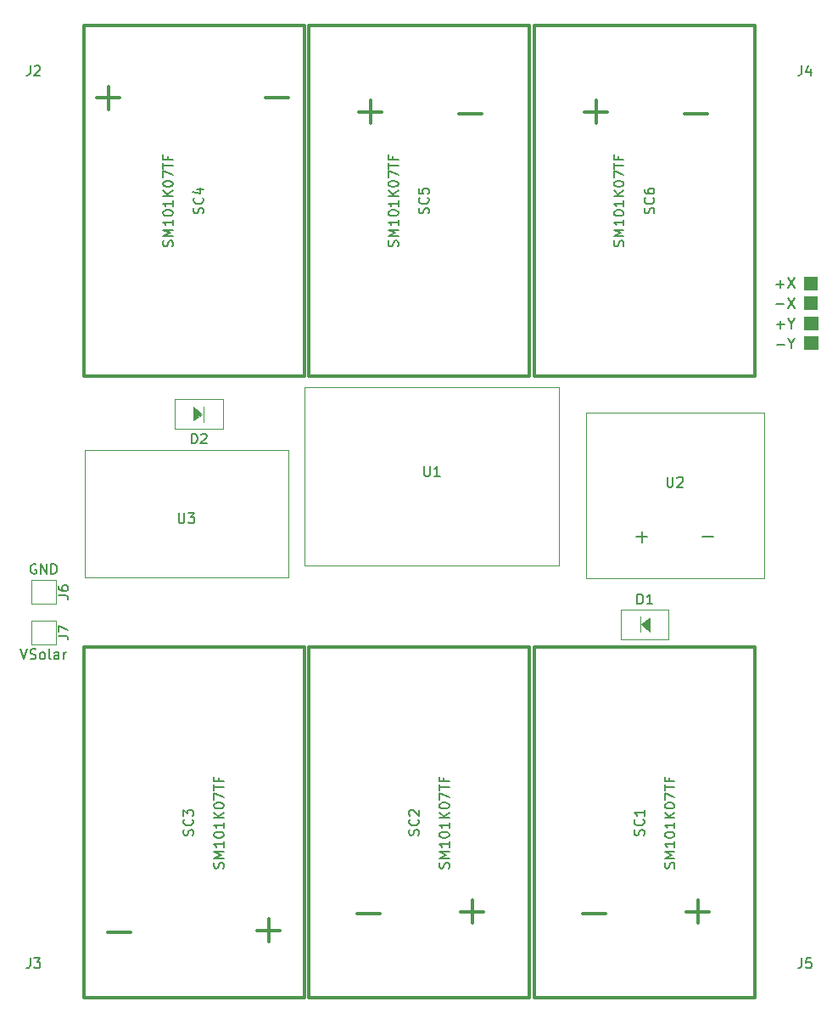
<source format=gbr>
%TF.GenerationSoftware,KiCad,Pcbnew,(5.1.10)-1*%
%TF.CreationDate,2022-06-07T20:51:06-07:00*%
%TF.ProjectId,solar-panel-NoCutout,736f6c61-722d-4706-916e-656c2d4e6f43,1.1*%
%TF.SameCoordinates,Original*%
%TF.FileFunction,Legend,Top*%
%TF.FilePolarity,Positive*%
%FSLAX46Y46*%
G04 Gerber Fmt 4.6, Leading zero omitted, Abs format (unit mm)*
G04 Created by KiCad (PCBNEW (5.1.10)-1) date 2022-06-07 20:51:06*
%MOMM*%
%LPD*%
G01*
G04 APERTURE LIST*
%ADD10C,0.150000*%
%ADD11C,0.100000*%
%ADD12C,0.300000*%
%ADD13C,0.120000*%
%ADD14C,0.200000*%
G04 APERTURE END LIST*
D10*
X106238095Y-120000000D02*
X106142857Y-119952380D01*
X106000000Y-119952380D01*
X105857142Y-120000000D01*
X105761904Y-120095238D01*
X105714285Y-120190476D01*
X105666666Y-120380952D01*
X105666666Y-120523809D01*
X105714285Y-120714285D01*
X105761904Y-120809523D01*
X105857142Y-120904761D01*
X106000000Y-120952380D01*
X106095238Y-120952380D01*
X106238095Y-120904761D01*
X106285714Y-120857142D01*
X106285714Y-120523809D01*
X106095238Y-120523809D01*
X106714285Y-120952380D02*
X106714285Y-119952380D01*
X107285714Y-120952380D01*
X107285714Y-119952380D01*
X107761904Y-120952380D02*
X107761904Y-119952380D01*
X108000000Y-119952380D01*
X108142857Y-120000000D01*
X108238095Y-120095238D01*
X108285714Y-120190476D01*
X108333333Y-120380952D01*
X108333333Y-120523809D01*
X108285714Y-120714285D01*
X108238095Y-120809523D01*
X108142857Y-120904761D01*
X108000000Y-120952380D01*
X107761904Y-120952380D01*
X104714285Y-128452380D02*
X105047619Y-129452380D01*
X105380952Y-128452380D01*
X105666666Y-129404761D02*
X105809523Y-129452380D01*
X106047619Y-129452380D01*
X106142857Y-129404761D01*
X106190476Y-129357142D01*
X106238095Y-129261904D01*
X106238095Y-129166666D01*
X106190476Y-129071428D01*
X106142857Y-129023809D01*
X106047619Y-128976190D01*
X105857142Y-128928571D01*
X105761904Y-128880952D01*
X105714285Y-128833333D01*
X105666666Y-128738095D01*
X105666666Y-128642857D01*
X105714285Y-128547619D01*
X105761904Y-128500000D01*
X105857142Y-128452380D01*
X106095238Y-128452380D01*
X106238095Y-128500000D01*
X106809523Y-129452380D02*
X106714285Y-129404761D01*
X106666666Y-129357142D01*
X106619047Y-129261904D01*
X106619047Y-128976190D01*
X106666666Y-128880952D01*
X106714285Y-128833333D01*
X106809523Y-128785714D01*
X106952380Y-128785714D01*
X107047619Y-128833333D01*
X107095238Y-128880952D01*
X107142857Y-128976190D01*
X107142857Y-129261904D01*
X107095238Y-129357142D01*
X107047619Y-129404761D01*
X106952380Y-129452380D01*
X106809523Y-129452380D01*
X107714285Y-129452380D02*
X107619047Y-129404761D01*
X107571428Y-129309523D01*
X107571428Y-128452380D01*
X108523809Y-129452380D02*
X108523809Y-128928571D01*
X108476190Y-128833333D01*
X108380952Y-128785714D01*
X108190476Y-128785714D01*
X108095238Y-128833333D01*
X108523809Y-129404761D02*
X108428571Y-129452380D01*
X108190476Y-129452380D01*
X108095238Y-129404761D01*
X108047619Y-129309523D01*
X108047619Y-129214285D01*
X108095238Y-129119047D01*
X108190476Y-129071428D01*
X108428571Y-129071428D01*
X108523809Y-129023809D01*
X108999999Y-129452380D02*
X108999999Y-128785714D01*
X108999999Y-128976190D02*
X109047619Y-128880952D01*
X109095238Y-128833333D01*
X109190476Y-128785714D01*
X109285714Y-128785714D01*
D11*
G36*
X184277000Y-98552000D02*
G01*
X182943500Y-98552000D01*
X182943500Y-97282000D01*
X184277000Y-97282000D01*
X184277000Y-98552000D01*
G37*
X184277000Y-98552000D02*
X182943500Y-98552000D01*
X182943500Y-97282000D01*
X184277000Y-97282000D01*
X184277000Y-98552000D01*
G36*
X184277000Y-96583500D02*
G01*
X182943500Y-96583500D01*
X182943500Y-95313500D01*
X184277000Y-95313500D01*
X184277000Y-96583500D01*
G37*
X184277000Y-96583500D02*
X182943500Y-96583500D01*
X182943500Y-95313500D01*
X184277000Y-95313500D01*
X184277000Y-96583500D01*
G36*
X184213500Y-94551500D02*
G01*
X182880000Y-94551500D01*
X182880000Y-93281500D01*
X184213500Y-93281500D01*
X184213500Y-94551500D01*
G37*
X184213500Y-94551500D02*
X182880000Y-94551500D01*
X182880000Y-93281500D01*
X184213500Y-93281500D01*
X184213500Y-94551500D01*
G36*
X184213500Y-92583000D02*
G01*
X182880000Y-92583000D01*
X182880000Y-91313000D01*
X184213500Y-91313000D01*
X184213500Y-92583000D01*
G37*
X184213500Y-92583000D02*
X182880000Y-92583000D01*
X182880000Y-91313000D01*
X184213500Y-91313000D01*
X184213500Y-92583000D01*
D10*
X180190476Y-98071428D02*
X180952380Y-98071428D01*
X181619047Y-97976190D02*
X181619047Y-98452380D01*
X181285714Y-97452380D02*
X181619047Y-97976190D01*
X181952380Y-97452380D01*
X180190476Y-96071428D02*
X180952380Y-96071428D01*
X180571428Y-96452380D02*
X180571428Y-95690476D01*
X181619047Y-95976190D02*
X181619047Y-96452380D01*
X181285714Y-95452380D02*
X181619047Y-95976190D01*
X181952380Y-95452380D01*
X180142857Y-94071428D02*
X180904761Y-94071428D01*
X181285714Y-93452380D02*
X181952380Y-94452380D01*
X181952380Y-93452380D02*
X181285714Y-94452380D01*
X180142857Y-92071428D02*
X180904761Y-92071428D01*
X180523809Y-92452380D02*
X180523809Y-91690476D01*
X181285714Y-91452380D02*
X181952380Y-92452380D01*
X181952380Y-91452380D02*
X181285714Y-92452380D01*
D12*
%TO.C,SC4*%
X133000000Y-101250000D02*
X111000000Y-101250000D01*
X133000000Y-66250000D02*
X133000000Y-101250000D01*
X111000000Y-66250000D02*
X133000000Y-66250000D01*
X111000000Y-101250000D02*
X111000000Y-66250000D01*
D13*
%TO.C,J7*%
X108200000Y-125600000D02*
X108200000Y-128000000D01*
X108200000Y-128000000D02*
X105800000Y-128000000D01*
X105800000Y-128000000D02*
X105800000Y-125600000D01*
X105800000Y-125600000D02*
X108200000Y-125600000D01*
%TO.C,J6*%
X108200000Y-121550000D02*
X108200000Y-123950000D01*
X108200000Y-123950000D02*
X105800000Y-123950000D01*
X105800000Y-123950000D02*
X105800000Y-121550000D01*
X105800000Y-121550000D02*
X108200000Y-121550000D01*
%TO.C,U1*%
X158450000Y-111250000D02*
X158450000Y-120140000D01*
X145750000Y-120140000D02*
X158450000Y-120140000D01*
X145750000Y-120140000D02*
X133050000Y-120140000D01*
X133050000Y-111250000D02*
X133050000Y-120140000D01*
X158450000Y-111250000D02*
X158450000Y-102360000D01*
X145750000Y-102360000D02*
X158450000Y-102360000D01*
X133050000Y-111250000D02*
X133050000Y-102360000D01*
X145750000Y-102360000D02*
X133050000Y-102360000D01*
%TO.C,U3*%
X121250000Y-108586000D02*
X111090000Y-108586000D01*
X111090000Y-108586000D02*
X111090000Y-114936000D01*
X121250000Y-108586000D02*
X131410000Y-108586000D01*
X131410000Y-108586000D02*
X131410000Y-114936000D01*
X111090000Y-121286000D02*
X111090000Y-114936000D01*
X121250000Y-121286000D02*
X111090000Y-121286000D01*
X131410000Y-121286000D02*
X131410000Y-114936000D01*
X121250000Y-121286000D02*
X131410000Y-121286000D01*
%TO.C,U2*%
X178890000Y-121355000D02*
X161110000Y-121355000D01*
X161110000Y-104845000D02*
X161110000Y-121355000D01*
X178890000Y-106750000D02*
X178890000Y-121355000D01*
X178890000Y-104845000D02*
X178890000Y-106750000D01*
X170000000Y-104845000D02*
X178890000Y-104845000D01*
X170000000Y-104845000D02*
X161110000Y-104845000D01*
D12*
%TO.C,SC6*%
X156000000Y-101250000D02*
X156000000Y-66250000D01*
X156000000Y-66250000D02*
X178000000Y-66250000D01*
X178000000Y-66250000D02*
X178000000Y-101250000D01*
X178000000Y-101250000D02*
X156000000Y-101250000D01*
%TO.C,SC5*%
X155500000Y-101250000D02*
X133500000Y-101250000D01*
X155500000Y-66250000D02*
X155500000Y-101250000D01*
X133500000Y-66250000D02*
X155500000Y-66250000D01*
X133500000Y-101250000D02*
X133500000Y-66250000D01*
%TO.C,SC3*%
X133000000Y-128250000D02*
X133000000Y-163250000D01*
X133000000Y-163250000D02*
X111000000Y-163250000D01*
X111000000Y-163250000D02*
X111000000Y-128250000D01*
X111000000Y-128250000D02*
X133000000Y-128250000D01*
%TO.C,SC2*%
X155500000Y-128250000D02*
X155500000Y-163250000D01*
X155500000Y-163250000D02*
X133500000Y-163250000D01*
X133500000Y-163250000D02*
X133500000Y-128250000D01*
X133500000Y-128250000D02*
X155500000Y-128250000D01*
%TO.C,SC1*%
X178000000Y-128250000D02*
X178000000Y-163250000D01*
X178000000Y-163250000D02*
X156000000Y-163250000D01*
X156000000Y-163250000D02*
X156000000Y-128250000D01*
X156000000Y-128250000D02*
X178000000Y-128250000D01*
D13*
%TO.C,D2*%
X124875000Y-103550000D02*
X120125000Y-103550000D01*
X120125000Y-103550000D02*
X120125000Y-106450000D01*
X124875000Y-103550000D02*
X124875000Y-106450000D01*
X124875000Y-106450000D02*
X120125000Y-106450000D01*
D11*
G36*
X121992000Y-104288800D02*
G01*
X122804800Y-105025400D01*
X121992000Y-105635000D01*
X121992000Y-104288800D01*
G37*
X121992000Y-104288800D02*
X122804800Y-105025400D01*
X121992000Y-105635000D01*
X121992000Y-104288800D01*
D13*
X122931800Y-105812800D02*
X122931800Y-104263400D01*
%TO.C,D1*%
X166568200Y-125187200D02*
X166568200Y-126736600D01*
D11*
G36*
X167508000Y-126711200D02*
G01*
X166695200Y-125974600D01*
X167508000Y-125365000D01*
X167508000Y-126711200D01*
G37*
X167508000Y-126711200D02*
X166695200Y-125974600D01*
X167508000Y-125365000D01*
X167508000Y-126711200D01*
D13*
X164625000Y-124550000D02*
X169375000Y-124550000D01*
X164625000Y-127450000D02*
X164625000Y-124550000D01*
X169375000Y-127450000D02*
X169375000Y-124550000D01*
X164625000Y-127450000D02*
X169375000Y-127450000D01*
%TO.C,SC4*%
D10*
X122904761Y-85011904D02*
X122952380Y-84869047D01*
X122952380Y-84630952D01*
X122904761Y-84535714D01*
X122857142Y-84488095D01*
X122761904Y-84440476D01*
X122666666Y-84440476D01*
X122571428Y-84488095D01*
X122523809Y-84535714D01*
X122476190Y-84630952D01*
X122428571Y-84821428D01*
X122380952Y-84916666D01*
X122333333Y-84964285D01*
X122238095Y-85011904D01*
X122142857Y-85011904D01*
X122047619Y-84964285D01*
X122000000Y-84916666D01*
X121952380Y-84821428D01*
X121952380Y-84583333D01*
X122000000Y-84440476D01*
X122857142Y-83440476D02*
X122904761Y-83488095D01*
X122952380Y-83630952D01*
X122952380Y-83726190D01*
X122904761Y-83869047D01*
X122809523Y-83964285D01*
X122714285Y-84011904D01*
X122523809Y-84059523D01*
X122380952Y-84059523D01*
X122190476Y-84011904D01*
X122095238Y-83964285D01*
X122000000Y-83869047D01*
X121952380Y-83726190D01*
X121952380Y-83630952D01*
X122000000Y-83488095D01*
X122047619Y-83440476D01*
X122285714Y-82583333D02*
X122952380Y-82583333D01*
X121904761Y-82821428D02*
X122619047Y-83059523D01*
X122619047Y-82440476D01*
X119864761Y-88297619D02*
X119912380Y-88154761D01*
X119912380Y-87916666D01*
X119864761Y-87821428D01*
X119817142Y-87773809D01*
X119721904Y-87726190D01*
X119626666Y-87726190D01*
X119531428Y-87773809D01*
X119483809Y-87821428D01*
X119436190Y-87916666D01*
X119388571Y-88107142D01*
X119340952Y-88202380D01*
X119293333Y-88250000D01*
X119198095Y-88297619D01*
X119102857Y-88297619D01*
X119007619Y-88250000D01*
X118960000Y-88202380D01*
X118912380Y-88107142D01*
X118912380Y-87869047D01*
X118960000Y-87726190D01*
X119912380Y-87297619D02*
X118912380Y-87297619D01*
X119626666Y-86964285D01*
X118912380Y-86630952D01*
X119912380Y-86630952D01*
X119912380Y-85630952D02*
X119912380Y-86202380D01*
X119912380Y-85916666D02*
X118912380Y-85916666D01*
X119055238Y-86011904D01*
X119150476Y-86107142D01*
X119198095Y-86202380D01*
X118912380Y-85011904D02*
X118912380Y-84916666D01*
X118960000Y-84821428D01*
X119007619Y-84773809D01*
X119102857Y-84726190D01*
X119293333Y-84678571D01*
X119531428Y-84678571D01*
X119721904Y-84726190D01*
X119817142Y-84773809D01*
X119864761Y-84821428D01*
X119912380Y-84916666D01*
X119912380Y-85011904D01*
X119864761Y-85107142D01*
X119817142Y-85154761D01*
X119721904Y-85202380D01*
X119531428Y-85250000D01*
X119293333Y-85250000D01*
X119102857Y-85202380D01*
X119007619Y-85154761D01*
X118960000Y-85107142D01*
X118912380Y-85011904D01*
X119912380Y-83726190D02*
X119912380Y-84297619D01*
X119912380Y-84011904D02*
X118912380Y-84011904D01*
X119055238Y-84107142D01*
X119150476Y-84202380D01*
X119198095Y-84297619D01*
X119912380Y-83297619D02*
X118912380Y-83297619D01*
X119912380Y-82726190D02*
X119340952Y-83154761D01*
X118912380Y-82726190D02*
X119483809Y-83297619D01*
X118912380Y-82107142D02*
X118912380Y-82011904D01*
X118960000Y-81916666D01*
X119007619Y-81869047D01*
X119102857Y-81821428D01*
X119293333Y-81773809D01*
X119531428Y-81773809D01*
X119721904Y-81821428D01*
X119817142Y-81869047D01*
X119864761Y-81916666D01*
X119912380Y-82011904D01*
X119912380Y-82107142D01*
X119864761Y-82202380D01*
X119817142Y-82250000D01*
X119721904Y-82297619D01*
X119531428Y-82345238D01*
X119293333Y-82345238D01*
X119102857Y-82297619D01*
X119007619Y-82250000D01*
X118960000Y-82202380D01*
X118912380Y-82107142D01*
X118912380Y-81440476D02*
X118912380Y-80773809D01*
X119912380Y-81202380D01*
X118912380Y-80535714D02*
X118912380Y-79964285D01*
X119912380Y-80250000D02*
X118912380Y-80250000D01*
X119388571Y-79297619D02*
X119388571Y-79630952D01*
X119912380Y-79630952D02*
X118912380Y-79630952D01*
X118912380Y-79154761D01*
D12*
X113464285Y-74642857D02*
X113464285Y-72357142D01*
X114607142Y-73500000D02*
X112321428Y-73500000D01*
X129107142Y-73464285D02*
X131392857Y-73464285D01*
%TO.C,J7*%
D10*
X108450380Y-127133333D02*
X109164666Y-127133333D01*
X109307523Y-127180952D01*
X109402761Y-127276190D01*
X109450380Y-127419047D01*
X109450380Y-127514285D01*
X108450380Y-126752380D02*
X108450380Y-126085714D01*
X109450380Y-126514285D01*
%TO.C,J6*%
X108450380Y-123083333D02*
X109164666Y-123083333D01*
X109307523Y-123130952D01*
X109402761Y-123226190D01*
X109450380Y-123369047D01*
X109450380Y-123464285D01*
X108450380Y-122178571D02*
X108450380Y-122369047D01*
X108498000Y-122464285D01*
X108545619Y-122511904D01*
X108688476Y-122607142D01*
X108878952Y-122654761D01*
X109259904Y-122654761D01*
X109355142Y-122607142D01*
X109402761Y-122559523D01*
X109450380Y-122464285D01*
X109450380Y-122273809D01*
X109402761Y-122178571D01*
X109355142Y-122130952D01*
X109259904Y-122083333D01*
X109021809Y-122083333D01*
X108926571Y-122130952D01*
X108878952Y-122178571D01*
X108831333Y-122273809D01*
X108831333Y-122464285D01*
X108878952Y-122559523D01*
X108926571Y-122607142D01*
X109021809Y-122654761D01*
%TO.C,U1*%
X144988095Y-110202380D02*
X144988095Y-111011904D01*
X145035714Y-111107142D01*
X145083333Y-111154761D01*
X145178571Y-111202380D01*
X145369047Y-111202380D01*
X145464285Y-111154761D01*
X145511904Y-111107142D01*
X145559523Y-111011904D01*
X145559523Y-110202380D01*
X146559523Y-111202380D02*
X145988095Y-111202380D01*
X146273809Y-111202380D02*
X146273809Y-110202380D01*
X146178571Y-110345238D01*
X146083333Y-110440476D01*
X145988095Y-110488095D01*
%TO.C,J2*%
X105666666Y-70252380D02*
X105666666Y-70966666D01*
X105619047Y-71109523D01*
X105523809Y-71204761D01*
X105380952Y-71252380D01*
X105285714Y-71252380D01*
X106095238Y-70347619D02*
X106142857Y-70300000D01*
X106238095Y-70252380D01*
X106476190Y-70252380D01*
X106571428Y-70300000D01*
X106619047Y-70347619D01*
X106666666Y-70442857D01*
X106666666Y-70538095D01*
X106619047Y-70680952D01*
X106047619Y-71252380D01*
X106666666Y-71252380D01*
%TO.C,J5*%
X182666666Y-159252380D02*
X182666666Y-159966666D01*
X182619047Y-160109523D01*
X182523809Y-160204761D01*
X182380952Y-160252380D01*
X182285714Y-160252380D01*
X183619047Y-159252380D02*
X183142857Y-159252380D01*
X183095238Y-159728571D01*
X183142857Y-159680952D01*
X183238095Y-159633333D01*
X183476190Y-159633333D01*
X183571428Y-159680952D01*
X183619047Y-159728571D01*
X183666666Y-159823809D01*
X183666666Y-160061904D01*
X183619047Y-160157142D01*
X183571428Y-160204761D01*
X183476190Y-160252380D01*
X183238095Y-160252380D01*
X183142857Y-160204761D01*
X183095238Y-160157142D01*
%TO.C,J4*%
X182666666Y-70252380D02*
X182666666Y-70966666D01*
X182619047Y-71109523D01*
X182523809Y-71204761D01*
X182380952Y-71252380D01*
X182285714Y-71252380D01*
X183571428Y-70585714D02*
X183571428Y-71252380D01*
X183333333Y-70204761D02*
X183095238Y-70919047D01*
X183714285Y-70919047D01*
%TO.C,J3*%
X105666666Y-159252380D02*
X105666666Y-159966666D01*
X105619047Y-160109523D01*
X105523809Y-160204761D01*
X105380952Y-160252380D01*
X105285714Y-160252380D01*
X106047619Y-159252380D02*
X106666666Y-159252380D01*
X106333333Y-159633333D01*
X106476190Y-159633333D01*
X106571428Y-159680952D01*
X106619047Y-159728571D01*
X106666666Y-159823809D01*
X106666666Y-160061904D01*
X106619047Y-160157142D01*
X106571428Y-160204761D01*
X106476190Y-160252380D01*
X106190476Y-160252380D01*
X106095238Y-160204761D01*
X106047619Y-160157142D01*
%TO.C,U3*%
X120488095Y-114888380D02*
X120488095Y-115697904D01*
X120535714Y-115793142D01*
X120583333Y-115840761D01*
X120678571Y-115888380D01*
X120869047Y-115888380D01*
X120964285Y-115840761D01*
X121011904Y-115793142D01*
X121059523Y-115697904D01*
X121059523Y-114888380D01*
X121440476Y-114888380D02*
X122059523Y-114888380D01*
X121726190Y-115269333D01*
X121869047Y-115269333D01*
X121964285Y-115316952D01*
X122011904Y-115364571D01*
X122059523Y-115459809D01*
X122059523Y-115697904D01*
X122011904Y-115793142D01*
X121964285Y-115840761D01*
X121869047Y-115888380D01*
X121583333Y-115888380D01*
X121488095Y-115840761D01*
X121440476Y-115793142D01*
%TO.C,U2*%
X169238095Y-111282380D02*
X169238095Y-112091904D01*
X169285714Y-112187142D01*
X169333333Y-112234761D01*
X169428571Y-112282380D01*
X169619047Y-112282380D01*
X169714285Y-112234761D01*
X169761904Y-112187142D01*
X169809523Y-112091904D01*
X169809523Y-111282380D01*
X170238095Y-111377619D02*
X170285714Y-111330000D01*
X170380952Y-111282380D01*
X170619047Y-111282380D01*
X170714285Y-111330000D01*
X170761904Y-111377619D01*
X170809523Y-111472857D01*
X170809523Y-111568095D01*
X170761904Y-111710952D01*
X170190476Y-112282380D01*
X170809523Y-112282380D01*
D14*
X166126571Y-117271142D02*
X167269428Y-117271142D01*
X166698000Y-117842571D02*
X166698000Y-116699714D01*
X172730571Y-117271142D02*
X173873428Y-117271142D01*
%TO.C,SC6*%
D10*
X167904761Y-85011904D02*
X167952380Y-84869047D01*
X167952380Y-84630952D01*
X167904761Y-84535714D01*
X167857142Y-84488095D01*
X167761904Y-84440476D01*
X167666666Y-84440476D01*
X167571428Y-84488095D01*
X167523809Y-84535714D01*
X167476190Y-84630952D01*
X167428571Y-84821428D01*
X167380952Y-84916666D01*
X167333333Y-84964285D01*
X167238095Y-85011904D01*
X167142857Y-85011904D01*
X167047619Y-84964285D01*
X167000000Y-84916666D01*
X166952380Y-84821428D01*
X166952380Y-84583333D01*
X167000000Y-84440476D01*
X167857142Y-83440476D02*
X167904761Y-83488095D01*
X167952380Y-83630952D01*
X167952380Y-83726190D01*
X167904761Y-83869047D01*
X167809523Y-83964285D01*
X167714285Y-84011904D01*
X167523809Y-84059523D01*
X167380952Y-84059523D01*
X167190476Y-84011904D01*
X167095238Y-83964285D01*
X167000000Y-83869047D01*
X166952380Y-83726190D01*
X166952380Y-83630952D01*
X167000000Y-83488095D01*
X167047619Y-83440476D01*
X166952380Y-82583333D02*
X166952380Y-82773809D01*
X167000000Y-82869047D01*
X167047619Y-82916666D01*
X167190476Y-83011904D01*
X167380952Y-83059523D01*
X167761904Y-83059523D01*
X167857142Y-83011904D01*
X167904761Y-82964285D01*
X167952380Y-82869047D01*
X167952380Y-82678571D01*
X167904761Y-82583333D01*
X167857142Y-82535714D01*
X167761904Y-82488095D01*
X167523809Y-82488095D01*
X167428571Y-82535714D01*
X167380952Y-82583333D01*
X167333333Y-82678571D01*
X167333333Y-82869047D01*
X167380952Y-82964285D01*
X167428571Y-83011904D01*
X167523809Y-83059523D01*
X164864761Y-88297619D02*
X164912380Y-88154761D01*
X164912380Y-87916666D01*
X164864761Y-87821428D01*
X164817142Y-87773809D01*
X164721904Y-87726190D01*
X164626666Y-87726190D01*
X164531428Y-87773809D01*
X164483809Y-87821428D01*
X164436190Y-87916666D01*
X164388571Y-88107142D01*
X164340952Y-88202380D01*
X164293333Y-88250000D01*
X164198095Y-88297619D01*
X164102857Y-88297619D01*
X164007619Y-88250000D01*
X163960000Y-88202380D01*
X163912380Y-88107142D01*
X163912380Y-87869047D01*
X163960000Y-87726190D01*
X164912380Y-87297619D02*
X163912380Y-87297619D01*
X164626666Y-86964285D01*
X163912380Y-86630952D01*
X164912380Y-86630952D01*
X164912380Y-85630952D02*
X164912380Y-86202380D01*
X164912380Y-85916666D02*
X163912380Y-85916666D01*
X164055238Y-86011904D01*
X164150476Y-86107142D01*
X164198095Y-86202380D01*
X163912380Y-85011904D02*
X163912380Y-84916666D01*
X163960000Y-84821428D01*
X164007619Y-84773809D01*
X164102857Y-84726190D01*
X164293333Y-84678571D01*
X164531428Y-84678571D01*
X164721904Y-84726190D01*
X164817142Y-84773809D01*
X164864761Y-84821428D01*
X164912380Y-84916666D01*
X164912380Y-85011904D01*
X164864761Y-85107142D01*
X164817142Y-85154761D01*
X164721904Y-85202380D01*
X164531428Y-85250000D01*
X164293333Y-85250000D01*
X164102857Y-85202380D01*
X164007619Y-85154761D01*
X163960000Y-85107142D01*
X163912380Y-85011904D01*
X164912380Y-83726190D02*
X164912380Y-84297619D01*
X164912380Y-84011904D02*
X163912380Y-84011904D01*
X164055238Y-84107142D01*
X164150476Y-84202380D01*
X164198095Y-84297619D01*
X164912380Y-83297619D02*
X163912380Y-83297619D01*
X164912380Y-82726190D02*
X164340952Y-83154761D01*
X163912380Y-82726190D02*
X164483809Y-83297619D01*
X163912380Y-82107142D02*
X163912380Y-82011904D01*
X163960000Y-81916666D01*
X164007619Y-81869047D01*
X164102857Y-81821428D01*
X164293333Y-81773809D01*
X164531428Y-81773809D01*
X164721904Y-81821428D01*
X164817142Y-81869047D01*
X164864761Y-81916666D01*
X164912380Y-82011904D01*
X164912380Y-82107142D01*
X164864761Y-82202380D01*
X164817142Y-82250000D01*
X164721904Y-82297619D01*
X164531428Y-82345238D01*
X164293333Y-82345238D01*
X164102857Y-82297619D01*
X164007619Y-82250000D01*
X163960000Y-82202380D01*
X163912380Y-82107142D01*
X163912380Y-81440476D02*
X163912380Y-80773809D01*
X164912380Y-81202380D01*
X163912380Y-80535714D02*
X163912380Y-79964285D01*
X164912380Y-80250000D02*
X163912380Y-80250000D01*
X164388571Y-79297619D02*
X164388571Y-79630952D01*
X164912380Y-79630952D02*
X163912380Y-79630952D01*
X163912380Y-79154761D01*
D12*
X170937142Y-75074285D02*
X173222857Y-75074285D01*
X162134285Y-76002857D02*
X162134285Y-73717142D01*
X163277142Y-74860000D02*
X160991428Y-74860000D01*
%TO.C,SC5*%
D10*
X145404761Y-85011904D02*
X145452380Y-84869047D01*
X145452380Y-84630952D01*
X145404761Y-84535714D01*
X145357142Y-84488095D01*
X145261904Y-84440476D01*
X145166666Y-84440476D01*
X145071428Y-84488095D01*
X145023809Y-84535714D01*
X144976190Y-84630952D01*
X144928571Y-84821428D01*
X144880952Y-84916666D01*
X144833333Y-84964285D01*
X144738095Y-85011904D01*
X144642857Y-85011904D01*
X144547619Y-84964285D01*
X144500000Y-84916666D01*
X144452380Y-84821428D01*
X144452380Y-84583333D01*
X144500000Y-84440476D01*
X145357142Y-83440476D02*
X145404761Y-83488095D01*
X145452380Y-83630952D01*
X145452380Y-83726190D01*
X145404761Y-83869047D01*
X145309523Y-83964285D01*
X145214285Y-84011904D01*
X145023809Y-84059523D01*
X144880952Y-84059523D01*
X144690476Y-84011904D01*
X144595238Y-83964285D01*
X144500000Y-83869047D01*
X144452380Y-83726190D01*
X144452380Y-83630952D01*
X144500000Y-83488095D01*
X144547619Y-83440476D01*
X144452380Y-82535714D02*
X144452380Y-83011904D01*
X144928571Y-83059523D01*
X144880952Y-83011904D01*
X144833333Y-82916666D01*
X144833333Y-82678571D01*
X144880952Y-82583333D01*
X144928571Y-82535714D01*
X145023809Y-82488095D01*
X145261904Y-82488095D01*
X145357142Y-82535714D01*
X145404761Y-82583333D01*
X145452380Y-82678571D01*
X145452380Y-82916666D01*
X145404761Y-83011904D01*
X145357142Y-83059523D01*
X142364761Y-88297619D02*
X142412380Y-88154761D01*
X142412380Y-87916666D01*
X142364761Y-87821428D01*
X142317142Y-87773809D01*
X142221904Y-87726190D01*
X142126666Y-87726190D01*
X142031428Y-87773809D01*
X141983809Y-87821428D01*
X141936190Y-87916666D01*
X141888571Y-88107142D01*
X141840952Y-88202380D01*
X141793333Y-88250000D01*
X141698095Y-88297619D01*
X141602857Y-88297619D01*
X141507619Y-88250000D01*
X141460000Y-88202380D01*
X141412380Y-88107142D01*
X141412380Y-87869047D01*
X141460000Y-87726190D01*
X142412380Y-87297619D02*
X141412380Y-87297619D01*
X142126666Y-86964285D01*
X141412380Y-86630952D01*
X142412380Y-86630952D01*
X142412380Y-85630952D02*
X142412380Y-86202380D01*
X142412380Y-85916666D02*
X141412380Y-85916666D01*
X141555238Y-86011904D01*
X141650476Y-86107142D01*
X141698095Y-86202380D01*
X141412380Y-85011904D02*
X141412380Y-84916666D01*
X141460000Y-84821428D01*
X141507619Y-84773809D01*
X141602857Y-84726190D01*
X141793333Y-84678571D01*
X142031428Y-84678571D01*
X142221904Y-84726190D01*
X142317142Y-84773809D01*
X142364761Y-84821428D01*
X142412380Y-84916666D01*
X142412380Y-85011904D01*
X142364761Y-85107142D01*
X142317142Y-85154761D01*
X142221904Y-85202380D01*
X142031428Y-85250000D01*
X141793333Y-85250000D01*
X141602857Y-85202380D01*
X141507619Y-85154761D01*
X141460000Y-85107142D01*
X141412380Y-85011904D01*
X142412380Y-83726190D02*
X142412380Y-84297619D01*
X142412380Y-84011904D02*
X141412380Y-84011904D01*
X141555238Y-84107142D01*
X141650476Y-84202380D01*
X141698095Y-84297619D01*
X142412380Y-83297619D02*
X141412380Y-83297619D01*
X142412380Y-82726190D02*
X141840952Y-83154761D01*
X141412380Y-82726190D02*
X141983809Y-83297619D01*
X141412380Y-82107142D02*
X141412380Y-82011904D01*
X141460000Y-81916666D01*
X141507619Y-81869047D01*
X141602857Y-81821428D01*
X141793333Y-81773809D01*
X142031428Y-81773809D01*
X142221904Y-81821428D01*
X142317142Y-81869047D01*
X142364761Y-81916666D01*
X142412380Y-82011904D01*
X142412380Y-82107142D01*
X142364761Y-82202380D01*
X142317142Y-82250000D01*
X142221904Y-82297619D01*
X142031428Y-82345238D01*
X141793333Y-82345238D01*
X141602857Y-82297619D01*
X141507619Y-82250000D01*
X141460000Y-82202380D01*
X141412380Y-82107142D01*
X141412380Y-81440476D02*
X141412380Y-80773809D01*
X142412380Y-81202380D01*
X141412380Y-80535714D02*
X141412380Y-79964285D01*
X142412380Y-80250000D02*
X141412380Y-80250000D01*
X141888571Y-79297619D02*
X141888571Y-79630952D01*
X142412380Y-79630952D02*
X141412380Y-79630952D01*
X141412380Y-79154761D01*
D12*
X139634285Y-76002857D02*
X139634285Y-73717142D01*
X140777142Y-74860000D02*
X138491428Y-74860000D01*
X148437142Y-75074285D02*
X150722857Y-75074285D01*
%TO.C,SC3*%
D10*
X121904761Y-147011904D02*
X121952380Y-146869047D01*
X121952380Y-146630952D01*
X121904761Y-146535714D01*
X121857142Y-146488095D01*
X121761904Y-146440476D01*
X121666666Y-146440476D01*
X121571428Y-146488095D01*
X121523809Y-146535714D01*
X121476190Y-146630952D01*
X121428571Y-146821428D01*
X121380952Y-146916666D01*
X121333333Y-146964285D01*
X121238095Y-147011904D01*
X121142857Y-147011904D01*
X121047619Y-146964285D01*
X121000000Y-146916666D01*
X120952380Y-146821428D01*
X120952380Y-146583333D01*
X121000000Y-146440476D01*
X121857142Y-145440476D02*
X121904761Y-145488095D01*
X121952380Y-145630952D01*
X121952380Y-145726190D01*
X121904761Y-145869047D01*
X121809523Y-145964285D01*
X121714285Y-146011904D01*
X121523809Y-146059523D01*
X121380952Y-146059523D01*
X121190476Y-146011904D01*
X121095238Y-145964285D01*
X121000000Y-145869047D01*
X120952380Y-145726190D01*
X120952380Y-145630952D01*
X121000000Y-145488095D01*
X121047619Y-145440476D01*
X120952380Y-145107142D02*
X120952380Y-144488095D01*
X121333333Y-144821428D01*
X121333333Y-144678571D01*
X121380952Y-144583333D01*
X121428571Y-144535714D01*
X121523809Y-144488095D01*
X121761904Y-144488095D01*
X121857142Y-144535714D01*
X121904761Y-144583333D01*
X121952380Y-144678571D01*
X121952380Y-144964285D01*
X121904761Y-145059523D01*
X121857142Y-145107142D01*
X124944761Y-150297619D02*
X124992380Y-150154761D01*
X124992380Y-149916666D01*
X124944761Y-149821428D01*
X124897142Y-149773809D01*
X124801904Y-149726190D01*
X124706666Y-149726190D01*
X124611428Y-149773809D01*
X124563809Y-149821428D01*
X124516190Y-149916666D01*
X124468571Y-150107142D01*
X124420952Y-150202380D01*
X124373333Y-150250000D01*
X124278095Y-150297619D01*
X124182857Y-150297619D01*
X124087619Y-150250000D01*
X124040000Y-150202380D01*
X123992380Y-150107142D01*
X123992380Y-149869047D01*
X124040000Y-149726190D01*
X124992380Y-149297619D02*
X123992380Y-149297619D01*
X124706666Y-148964285D01*
X123992380Y-148630952D01*
X124992380Y-148630952D01*
X124992380Y-147630952D02*
X124992380Y-148202380D01*
X124992380Y-147916666D02*
X123992380Y-147916666D01*
X124135238Y-148011904D01*
X124230476Y-148107142D01*
X124278095Y-148202380D01*
X123992380Y-147011904D02*
X123992380Y-146916666D01*
X124040000Y-146821428D01*
X124087619Y-146773809D01*
X124182857Y-146726190D01*
X124373333Y-146678571D01*
X124611428Y-146678571D01*
X124801904Y-146726190D01*
X124897142Y-146773809D01*
X124944761Y-146821428D01*
X124992380Y-146916666D01*
X124992380Y-147011904D01*
X124944761Y-147107142D01*
X124897142Y-147154761D01*
X124801904Y-147202380D01*
X124611428Y-147250000D01*
X124373333Y-147250000D01*
X124182857Y-147202380D01*
X124087619Y-147154761D01*
X124040000Y-147107142D01*
X123992380Y-147011904D01*
X124992380Y-145726190D02*
X124992380Y-146297619D01*
X124992380Y-146011904D02*
X123992380Y-146011904D01*
X124135238Y-146107142D01*
X124230476Y-146202380D01*
X124278095Y-146297619D01*
X124992380Y-145297619D02*
X123992380Y-145297619D01*
X124992380Y-144726190D02*
X124420952Y-145154761D01*
X123992380Y-144726190D02*
X124563809Y-145297619D01*
X123992380Y-144107142D02*
X123992380Y-144011904D01*
X124040000Y-143916666D01*
X124087619Y-143869047D01*
X124182857Y-143821428D01*
X124373333Y-143773809D01*
X124611428Y-143773809D01*
X124801904Y-143821428D01*
X124897142Y-143869047D01*
X124944761Y-143916666D01*
X124992380Y-144011904D01*
X124992380Y-144107142D01*
X124944761Y-144202380D01*
X124897142Y-144250000D01*
X124801904Y-144297619D01*
X124611428Y-144345238D01*
X124373333Y-144345238D01*
X124182857Y-144297619D01*
X124087619Y-144250000D01*
X124040000Y-144202380D01*
X123992380Y-144107142D01*
X123992380Y-143440476D02*
X123992380Y-142773809D01*
X124992380Y-143202380D01*
X123992380Y-142535714D02*
X123992380Y-141964285D01*
X124992380Y-142250000D02*
X123992380Y-142250000D01*
X124468571Y-141297619D02*
X124468571Y-141630952D01*
X124992380Y-141630952D02*
X123992380Y-141630952D01*
X123992380Y-141154761D01*
D12*
X113357142Y-156714285D02*
X115642857Y-156714285D01*
X129464285Y-157642857D02*
X129464285Y-155357142D01*
X130607142Y-156500000D02*
X128321428Y-156500000D01*
%TO.C,SC2*%
D10*
X144404761Y-147011904D02*
X144452380Y-146869047D01*
X144452380Y-146630952D01*
X144404761Y-146535714D01*
X144357142Y-146488095D01*
X144261904Y-146440476D01*
X144166666Y-146440476D01*
X144071428Y-146488095D01*
X144023809Y-146535714D01*
X143976190Y-146630952D01*
X143928571Y-146821428D01*
X143880952Y-146916666D01*
X143833333Y-146964285D01*
X143738095Y-147011904D01*
X143642857Y-147011904D01*
X143547619Y-146964285D01*
X143500000Y-146916666D01*
X143452380Y-146821428D01*
X143452380Y-146583333D01*
X143500000Y-146440476D01*
X144357142Y-145440476D02*
X144404761Y-145488095D01*
X144452380Y-145630952D01*
X144452380Y-145726190D01*
X144404761Y-145869047D01*
X144309523Y-145964285D01*
X144214285Y-146011904D01*
X144023809Y-146059523D01*
X143880952Y-146059523D01*
X143690476Y-146011904D01*
X143595238Y-145964285D01*
X143500000Y-145869047D01*
X143452380Y-145726190D01*
X143452380Y-145630952D01*
X143500000Y-145488095D01*
X143547619Y-145440476D01*
X143547619Y-145059523D02*
X143500000Y-145011904D01*
X143452380Y-144916666D01*
X143452380Y-144678571D01*
X143500000Y-144583333D01*
X143547619Y-144535714D01*
X143642857Y-144488095D01*
X143738095Y-144488095D01*
X143880952Y-144535714D01*
X144452380Y-145107142D01*
X144452380Y-144488095D01*
X147444761Y-150297619D02*
X147492380Y-150154761D01*
X147492380Y-149916666D01*
X147444761Y-149821428D01*
X147397142Y-149773809D01*
X147301904Y-149726190D01*
X147206666Y-149726190D01*
X147111428Y-149773809D01*
X147063809Y-149821428D01*
X147016190Y-149916666D01*
X146968571Y-150107142D01*
X146920952Y-150202380D01*
X146873333Y-150250000D01*
X146778095Y-150297619D01*
X146682857Y-150297619D01*
X146587619Y-150250000D01*
X146540000Y-150202380D01*
X146492380Y-150107142D01*
X146492380Y-149869047D01*
X146540000Y-149726190D01*
X147492380Y-149297619D02*
X146492380Y-149297619D01*
X147206666Y-148964285D01*
X146492380Y-148630952D01*
X147492380Y-148630952D01*
X147492380Y-147630952D02*
X147492380Y-148202380D01*
X147492380Y-147916666D02*
X146492380Y-147916666D01*
X146635238Y-148011904D01*
X146730476Y-148107142D01*
X146778095Y-148202380D01*
X146492380Y-147011904D02*
X146492380Y-146916666D01*
X146540000Y-146821428D01*
X146587619Y-146773809D01*
X146682857Y-146726190D01*
X146873333Y-146678571D01*
X147111428Y-146678571D01*
X147301904Y-146726190D01*
X147397142Y-146773809D01*
X147444761Y-146821428D01*
X147492380Y-146916666D01*
X147492380Y-147011904D01*
X147444761Y-147107142D01*
X147397142Y-147154761D01*
X147301904Y-147202380D01*
X147111428Y-147250000D01*
X146873333Y-147250000D01*
X146682857Y-147202380D01*
X146587619Y-147154761D01*
X146540000Y-147107142D01*
X146492380Y-147011904D01*
X147492380Y-145726190D02*
X147492380Y-146297619D01*
X147492380Y-146011904D02*
X146492380Y-146011904D01*
X146635238Y-146107142D01*
X146730476Y-146202380D01*
X146778095Y-146297619D01*
X147492380Y-145297619D02*
X146492380Y-145297619D01*
X147492380Y-144726190D02*
X146920952Y-145154761D01*
X146492380Y-144726190D02*
X147063809Y-145297619D01*
X146492380Y-144107142D02*
X146492380Y-144011904D01*
X146540000Y-143916666D01*
X146587619Y-143869047D01*
X146682857Y-143821428D01*
X146873333Y-143773809D01*
X147111428Y-143773809D01*
X147301904Y-143821428D01*
X147397142Y-143869047D01*
X147444761Y-143916666D01*
X147492380Y-144011904D01*
X147492380Y-144107142D01*
X147444761Y-144202380D01*
X147397142Y-144250000D01*
X147301904Y-144297619D01*
X147111428Y-144345238D01*
X146873333Y-144345238D01*
X146682857Y-144297619D01*
X146587619Y-144250000D01*
X146540000Y-144202380D01*
X146492380Y-144107142D01*
X146492380Y-143440476D02*
X146492380Y-142773809D01*
X147492380Y-143202380D01*
X146492380Y-142535714D02*
X146492380Y-141964285D01*
X147492380Y-142250000D02*
X146492380Y-142250000D01*
X146968571Y-141297619D02*
X146968571Y-141630952D01*
X147492380Y-141630952D02*
X146492380Y-141630952D01*
X146492380Y-141154761D01*
D12*
X138277142Y-154854285D02*
X140562857Y-154854285D01*
X149794285Y-155782857D02*
X149794285Y-153497142D01*
X150937142Y-154640000D02*
X148651428Y-154640000D01*
%TO.C,SC1*%
D10*
X166904761Y-147011904D02*
X166952380Y-146869047D01*
X166952380Y-146630952D01*
X166904761Y-146535714D01*
X166857142Y-146488095D01*
X166761904Y-146440476D01*
X166666666Y-146440476D01*
X166571428Y-146488095D01*
X166523809Y-146535714D01*
X166476190Y-146630952D01*
X166428571Y-146821428D01*
X166380952Y-146916666D01*
X166333333Y-146964285D01*
X166238095Y-147011904D01*
X166142857Y-147011904D01*
X166047619Y-146964285D01*
X166000000Y-146916666D01*
X165952380Y-146821428D01*
X165952380Y-146583333D01*
X166000000Y-146440476D01*
X166857142Y-145440476D02*
X166904761Y-145488095D01*
X166952380Y-145630952D01*
X166952380Y-145726190D01*
X166904761Y-145869047D01*
X166809523Y-145964285D01*
X166714285Y-146011904D01*
X166523809Y-146059523D01*
X166380952Y-146059523D01*
X166190476Y-146011904D01*
X166095238Y-145964285D01*
X166000000Y-145869047D01*
X165952380Y-145726190D01*
X165952380Y-145630952D01*
X166000000Y-145488095D01*
X166047619Y-145440476D01*
X166952380Y-144488095D02*
X166952380Y-145059523D01*
X166952380Y-144773809D02*
X165952380Y-144773809D01*
X166095238Y-144869047D01*
X166190476Y-144964285D01*
X166238095Y-145059523D01*
X169944761Y-150297619D02*
X169992380Y-150154761D01*
X169992380Y-149916666D01*
X169944761Y-149821428D01*
X169897142Y-149773809D01*
X169801904Y-149726190D01*
X169706666Y-149726190D01*
X169611428Y-149773809D01*
X169563809Y-149821428D01*
X169516190Y-149916666D01*
X169468571Y-150107142D01*
X169420952Y-150202380D01*
X169373333Y-150250000D01*
X169278095Y-150297619D01*
X169182857Y-150297619D01*
X169087619Y-150250000D01*
X169040000Y-150202380D01*
X168992380Y-150107142D01*
X168992380Y-149869047D01*
X169040000Y-149726190D01*
X169992380Y-149297619D02*
X168992380Y-149297619D01*
X169706666Y-148964285D01*
X168992380Y-148630952D01*
X169992380Y-148630952D01*
X169992380Y-147630952D02*
X169992380Y-148202380D01*
X169992380Y-147916666D02*
X168992380Y-147916666D01*
X169135238Y-148011904D01*
X169230476Y-148107142D01*
X169278095Y-148202380D01*
X168992380Y-147011904D02*
X168992380Y-146916666D01*
X169040000Y-146821428D01*
X169087619Y-146773809D01*
X169182857Y-146726190D01*
X169373333Y-146678571D01*
X169611428Y-146678571D01*
X169801904Y-146726190D01*
X169897142Y-146773809D01*
X169944761Y-146821428D01*
X169992380Y-146916666D01*
X169992380Y-147011904D01*
X169944761Y-147107142D01*
X169897142Y-147154761D01*
X169801904Y-147202380D01*
X169611428Y-147250000D01*
X169373333Y-147250000D01*
X169182857Y-147202380D01*
X169087619Y-147154761D01*
X169040000Y-147107142D01*
X168992380Y-147011904D01*
X169992380Y-145726190D02*
X169992380Y-146297619D01*
X169992380Y-146011904D02*
X168992380Y-146011904D01*
X169135238Y-146107142D01*
X169230476Y-146202380D01*
X169278095Y-146297619D01*
X169992380Y-145297619D02*
X168992380Y-145297619D01*
X169992380Y-144726190D02*
X169420952Y-145154761D01*
X168992380Y-144726190D02*
X169563809Y-145297619D01*
X168992380Y-144107142D02*
X168992380Y-144011904D01*
X169040000Y-143916666D01*
X169087619Y-143869047D01*
X169182857Y-143821428D01*
X169373333Y-143773809D01*
X169611428Y-143773809D01*
X169801904Y-143821428D01*
X169897142Y-143869047D01*
X169944761Y-143916666D01*
X169992380Y-144011904D01*
X169992380Y-144107142D01*
X169944761Y-144202380D01*
X169897142Y-144250000D01*
X169801904Y-144297619D01*
X169611428Y-144345238D01*
X169373333Y-144345238D01*
X169182857Y-144297619D01*
X169087619Y-144250000D01*
X169040000Y-144202380D01*
X168992380Y-144107142D01*
X168992380Y-143440476D02*
X168992380Y-142773809D01*
X169992380Y-143202380D01*
X168992380Y-142535714D02*
X168992380Y-141964285D01*
X169992380Y-142250000D02*
X168992380Y-142250000D01*
X169468571Y-141297619D02*
X169468571Y-141630952D01*
X169992380Y-141630952D02*
X168992380Y-141630952D01*
X168992380Y-141154761D01*
D12*
X160777142Y-154854285D02*
X163062857Y-154854285D01*
X172294285Y-155782857D02*
X172294285Y-153497142D01*
X173437142Y-154640000D02*
X171151428Y-154640000D01*
%TO.C,D2*%
D10*
X121761904Y-107952380D02*
X121761904Y-106952380D01*
X122000000Y-106952380D01*
X122142857Y-107000000D01*
X122238095Y-107095238D01*
X122285714Y-107190476D01*
X122333333Y-107380952D01*
X122333333Y-107523809D01*
X122285714Y-107714285D01*
X122238095Y-107809523D01*
X122142857Y-107904761D01*
X122000000Y-107952380D01*
X121761904Y-107952380D01*
X122714285Y-107047619D02*
X122761904Y-107000000D01*
X122857142Y-106952380D01*
X123095238Y-106952380D01*
X123190476Y-107000000D01*
X123238095Y-107047619D01*
X123285714Y-107142857D01*
X123285714Y-107238095D01*
X123238095Y-107380952D01*
X122666666Y-107952380D01*
X123285714Y-107952380D01*
%TO.C,D1*%
X166261904Y-123952380D02*
X166261904Y-122952380D01*
X166500000Y-122952380D01*
X166642857Y-123000000D01*
X166738095Y-123095238D01*
X166785714Y-123190476D01*
X166833333Y-123380952D01*
X166833333Y-123523809D01*
X166785714Y-123714285D01*
X166738095Y-123809523D01*
X166642857Y-123904761D01*
X166500000Y-123952380D01*
X166261904Y-123952380D01*
X167785714Y-123952380D02*
X167214285Y-123952380D01*
X167500000Y-123952380D02*
X167500000Y-122952380D01*
X167404761Y-123095238D01*
X167309523Y-123190476D01*
X167214285Y-123238095D01*
%TD*%
M02*

</source>
